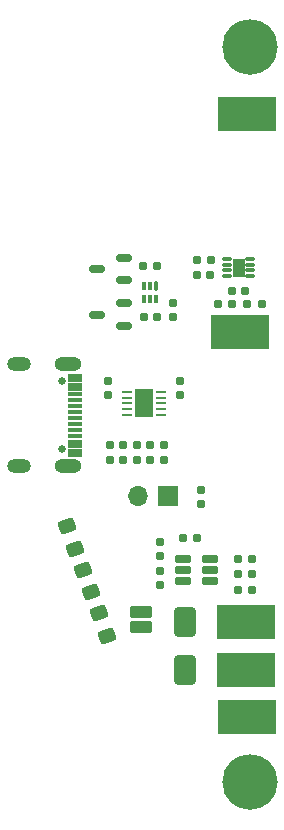
<source format=gbr>
%TF.GenerationSoftware,KiCad,Pcbnew,8.0.5*%
%TF.CreationDate,2025-01-30T00:47:00+01:00*%
%TF.ProjectId,LAMP_OUTDOOR_BATTERY,4c414d50-5f4f-4555-9444-4f4f525f4241,rev?*%
%TF.SameCoordinates,Original*%
%TF.FileFunction,Soldermask,Top*%
%TF.FilePolarity,Negative*%
%FSLAX46Y46*%
G04 Gerber Fmt 4.6, Leading zero omitted, Abs format (unit mm)*
G04 Created by KiCad (PCBNEW 8.0.5) date 2025-01-30 00:47:00*
%MOMM*%
%LPD*%
G01*
G04 APERTURE LIST*
G04 Aperture macros list*
%AMRoundRect*
0 Rectangle with rounded corners*
0 $1 Rounding radius*
0 $2 $3 $4 $5 $6 $7 $8 $9 X,Y pos of 4 corners*
0 Add a 4 corners polygon primitive as box body*
4,1,4,$2,$3,$4,$5,$6,$7,$8,$9,$2,$3,0*
0 Add four circle primitives for the rounded corners*
1,1,$1+$1,$2,$3*
1,1,$1+$1,$4,$5*
1,1,$1+$1,$6,$7*
1,1,$1+$1,$8,$9*
0 Add four rect primitives between the rounded corners*
20,1,$1+$1,$2,$3,$4,$5,0*
20,1,$1+$1,$4,$5,$6,$7,0*
20,1,$1+$1,$6,$7,$8,$9,0*
20,1,$1+$1,$8,$9,$2,$3,0*%
G04 Aperture macros list end*
%ADD10C,0.010000*%
%ADD11RoundRect,0.157500X0.547500X0.157500X-0.547500X0.157500X-0.547500X-0.157500X0.547500X-0.157500X0*%
%ADD12RoundRect,0.038750X0.351250X0.116250X-0.351250X0.116250X-0.351250X-0.116250X0.351250X-0.116250X0*%
%ADD13R,0.860000X0.260000*%
%ADD14R,1.575000X2.450000*%
%ADD15C,0.650000*%
%ADD16R,1.150000X0.300000*%
%ADD17O,2.304000X1.204000*%
%ADD18O,2.004000X1.204000*%
%ADD19RoundRect,0.102000X0.850000X-0.400000X0.850000X0.400000X-0.850000X0.400000X-0.850000X-0.400000X0*%
%ADD20RoundRect,0.155000X-0.212500X-0.155000X0.212500X-0.155000X0.212500X0.155000X-0.212500X0.155000X0*%
%ADD21RoundRect,0.150000X0.512500X0.150000X-0.512500X0.150000X-0.512500X-0.150000X0.512500X-0.150000X0*%
%ADD22R,5.000000X3.000000*%
%ADD23RoundRect,0.160000X0.160000X-0.197500X0.160000X0.197500X-0.160000X0.197500X-0.160000X-0.197500X0*%
%ADD24C,3.100000*%
%ADD25C,4.700000*%
%ADD26RoundRect,0.250000X0.534018X-0.151491X0.311705X0.459309X-0.534018X0.151491X-0.311705X-0.459309X0*%
%ADD27RoundRect,0.155000X-0.155000X0.212500X-0.155000X-0.212500X0.155000X-0.212500X0.155000X0.212500X0*%
%ADD28RoundRect,0.155000X0.155000X-0.212500X0.155000X0.212500X-0.155000X0.212500X-0.155000X-0.212500X0*%
%ADD29RoundRect,0.160000X-0.197500X-0.160000X0.197500X-0.160000X0.197500X0.160000X-0.197500X0.160000X0*%
%ADD30RoundRect,0.160000X-0.160000X0.197500X-0.160000X-0.197500X0.160000X-0.197500X0.160000X0.197500X0*%
%ADD31RoundRect,0.160000X0.197500X0.160000X-0.197500X0.160000X-0.197500X-0.160000X0.197500X-0.160000X0*%
%ADD32RoundRect,0.070000X0.070000X0.355000X-0.070000X0.355000X-0.070000X-0.355000X0.070000X-0.355000X0*%
%ADD33RoundRect,0.070000X0.070000X0.305000X-0.070000X0.305000X-0.070000X-0.305000X0.070000X-0.305000X0*%
%ADD34R,1.700000X1.700000*%
%ADD35O,1.700000X1.700000*%
%ADD36RoundRect,0.250000X-0.650000X1.000000X-0.650000X-1.000000X0.650000X-1.000000X0.650000X1.000000X0*%
G04 APERTURE END LIST*
D10*
%TO.C,U3*%
X157270000Y-80200000D02*
X156370000Y-80200000D01*
X156370000Y-78700000D01*
X157270000Y-78700000D01*
X157270000Y-80200000D01*
G36*
X157270000Y-80200000D02*
G01*
X156370000Y-80200000D01*
X156370000Y-78700000D01*
X157270000Y-78700000D01*
X157270000Y-80200000D01*
G37*
%TO.C,J1*%
X143525000Y-89030000D02*
X142375000Y-89030000D01*
X142375000Y-88430000D01*
X143525000Y-88430000D01*
X143525000Y-89030000D01*
G36*
X143525000Y-89030000D02*
G01*
X142375000Y-89030000D01*
X142375000Y-88430000D01*
X143525000Y-88430000D01*
X143525000Y-89030000D01*
G37*
X143525000Y-89830000D02*
X142375000Y-89830000D01*
X142375000Y-89230000D01*
X143525000Y-89230000D01*
X143525000Y-89830000D01*
G36*
X143525000Y-89830000D02*
G01*
X142375000Y-89830000D01*
X142375000Y-89230000D01*
X143525000Y-89230000D01*
X143525000Y-89830000D01*
G37*
X143525000Y-94630000D02*
X142375000Y-94630000D01*
X142375000Y-94030000D01*
X143525000Y-94030000D01*
X143525000Y-94630000D01*
G36*
X143525000Y-94630000D02*
G01*
X142375000Y-94630000D01*
X142375000Y-94030000D01*
X143525000Y-94030000D01*
X143525000Y-94630000D01*
G37*
X143525000Y-95430000D02*
X142375000Y-95430000D01*
X142375000Y-94830000D01*
X143525000Y-94830000D01*
X143525000Y-95430000D01*
G36*
X143525000Y-95430000D02*
G01*
X142375000Y-95430000D01*
X142375000Y-94830000D01*
X143525000Y-94830000D01*
X143525000Y-95430000D01*
G37*
%TD*%
D11*
%TO.C,U2*%
X154430000Y-106020000D03*
X154430000Y-105070000D03*
X154430000Y-104120000D03*
X152090000Y-104120000D03*
X152090000Y-105070000D03*
X152090000Y-106020000D03*
%TD*%
D12*
%TO.C,U3*%
X157800000Y-80200000D03*
X157800000Y-79700000D03*
X157800000Y-79200000D03*
X157800000Y-78700000D03*
X155840000Y-78700000D03*
X155840000Y-79200000D03*
X155840000Y-79700000D03*
X155840000Y-80200000D03*
%TD*%
D13*
%TO.C,U1*%
X147395000Y-89960000D03*
X147395000Y-90460000D03*
X147395000Y-90960000D03*
X147395000Y-91460000D03*
X147395000Y-91960000D03*
X150265000Y-91960000D03*
X150265000Y-91460000D03*
X150265000Y-90960000D03*
X150265000Y-90460000D03*
X150265000Y-89960000D03*
D14*
X148830000Y-90960000D03*
%TD*%
D15*
%TO.C,J1*%
X141885000Y-89040000D03*
X141885000Y-94820000D03*
D16*
X142950000Y-90680000D03*
X142950000Y-91680000D03*
X142950000Y-92180000D03*
X142950000Y-93180000D03*
X142950000Y-93680000D03*
X142950000Y-92680000D03*
X142950000Y-91180000D03*
X142950000Y-90180000D03*
D17*
X142385000Y-87610000D03*
X142385000Y-96250000D03*
D18*
X138205000Y-87610000D03*
X138205000Y-96250000D03*
%TD*%
D19*
%TO.C,L1*%
X148530000Y-109920000D03*
X148530000Y-108620000D03*
%TD*%
D20*
%TO.C,C7*%
X148812500Y-83640000D03*
X149947500Y-83640000D03*
%TD*%
D21*
%TO.C,Q2*%
X147147500Y-84387500D03*
X147147500Y-82487500D03*
X144872500Y-83437500D03*
%TD*%
D20*
%TO.C,C5*%
X156262500Y-81400000D03*
X157397500Y-81400000D03*
%TD*%
D22*
%TO.C,J6*%
X156940000Y-84950000D03*
%TD*%
D23*
%TO.C,R3*%
X149345000Y-95707500D03*
X149345000Y-94512500D03*
%TD*%
D24*
%TO.C,REF\u002A\u002A*%
X157764700Y-123050400D03*
D25*
X157764700Y-123050400D03*
%TD*%
D26*
%TO.C,D3*%
X145698699Y-110648757D03*
X144997557Y-108722387D03*
%TD*%
D27*
%TO.C,C2*%
X151870000Y-89072500D03*
X151870000Y-90207500D03*
%TD*%
D28*
%TO.C,C3*%
X150140000Y-106310000D03*
X150140000Y-105175000D03*
%TD*%
D29*
%TO.C,R7*%
X156762500Y-104130000D03*
X157957500Y-104130000D03*
%TD*%
D30*
%TO.C,R4*%
X148210000Y-94512500D03*
X148210000Y-95707500D03*
%TD*%
D23*
%TO.C,R2*%
X147075000Y-95707500D03*
X147075000Y-94512500D03*
%TD*%
D26*
%TO.C,D2*%
X144351141Y-106946369D03*
X143649999Y-105019999D03*
%TD*%
D31*
%TO.C,R6*%
X157957500Y-105430000D03*
X156762500Y-105430000D03*
%TD*%
D29*
%TO.C,R10*%
X157582500Y-82580000D03*
X158777500Y-82580000D03*
%TD*%
D30*
%TO.C,R5*%
X150480000Y-94512500D03*
X150480000Y-95707500D03*
%TD*%
D31*
%TO.C,R14*%
X149947500Y-79320000D03*
X148752500Y-79320000D03*
%TD*%
D26*
%TO.C,D1*%
X143003584Y-103243982D03*
X142302442Y-101317612D03*
%TD*%
D30*
%TO.C,R13*%
X153650000Y-98292500D03*
X153650000Y-99487500D03*
%TD*%
D24*
%TO.C,REF\u002A\u002A*%
X157764700Y-60789600D03*
D25*
X157764700Y-60789600D03*
%TD*%
D30*
%TO.C,R8*%
X150150000Y-102705000D03*
X150150000Y-103900000D03*
%TD*%
D25*
%TO.C,*%
X157764700Y-123050400D03*
%TD*%
D21*
%TO.C,Q1*%
X147130000Y-80550000D03*
X147130000Y-78650000D03*
X144855000Y-79600000D03*
%TD*%
D22*
%TO.C,J5*%
X157450000Y-113490000D03*
%TD*%
D31*
%TO.C,R9*%
X153287500Y-102330000D03*
X152092500Y-102330000D03*
%TD*%
D22*
%TO.C,J4*%
X157450000Y-109500000D03*
%TD*%
D31*
%TO.C,R12*%
X154467500Y-78800000D03*
X153272500Y-78800000D03*
%TD*%
D27*
%TO.C,C1*%
X145740000Y-89072500D03*
X145740000Y-90207500D03*
%TD*%
D20*
%TO.C,C6*%
X153302500Y-80060000D03*
X154437500Y-80060000D03*
%TD*%
D30*
%TO.C,R15*%
X151280000Y-82452500D03*
X151280000Y-83647500D03*
%TD*%
D31*
%TO.C,R11*%
X156267500Y-82580000D03*
X155072500Y-82580000D03*
%TD*%
D32*
%TO.C,U4*%
X149850000Y-81030000D03*
D33*
X149350000Y-80980000D03*
X148850000Y-80980000D03*
X148850000Y-82130000D03*
X149350000Y-82130000D03*
X149850000Y-82130000D03*
%TD*%
D20*
%TO.C,C4*%
X156792500Y-106720000D03*
X157927500Y-106720000D03*
%TD*%
D34*
%TO.C,SW1*%
X150830000Y-98810000D03*
D35*
X148290000Y-98810000D03*
%TD*%
D23*
%TO.C,R1*%
X145940000Y-95707500D03*
X145940000Y-94512500D03*
%TD*%
D36*
%TO.C,D4*%
X152330000Y-109500000D03*
X152330000Y-113500000D03*
%TD*%
D22*
%TO.C,J3*%
X157520000Y-117510000D03*
%TD*%
%TO.C,J2*%
X157520000Y-66490000D03*
%TD*%
M02*

</source>
